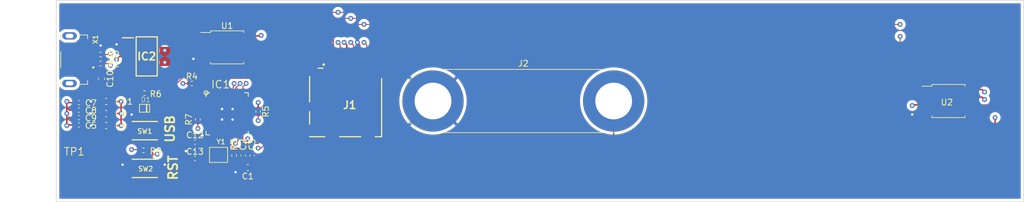
<source format=kicad_pcb>
(kicad_pcb (version 20240108) (generator "pcbnew") (generator_version "8.0")
  (layers (0 "F.Cu" signal) (1 "In1.Cu" signal) (2 "In2.Cu" signal) (31 "B.Cu" signal) (34 "B.Paste" user) (35 "F.Paste" user) (36 "B.SilkS" user "B.Silkscreen") (37 "F.SilkS" user "F.Silkscreen") (38 "B.Mask" user) (39 "F.Mask" user) (44 "Edge.Cuts" user))
  (net 0 "")
  (net 1 "1.2V")
  (net 2 "GND")
  (net 3 "+3V3")
  (net 4 "VBUS")
  (net 5 "Net-(IC1-XIN)")
  (net 6 "Net-(C13-Pad2)")
  (net 7 "Net-(D1-PadA)")
  (net 8 "/USBBOOT")
  (net 10 "SPI0_CS1")
  (net 25 "Net-(IC1-XOUT)")
  (net 28 "/~{RESET}")
  (net 29 "SPI0_MISO")
  (net 30 "SPI0_CS0")
  (net 31 "SPI0_SCK")
  (net 32 "SPI0_MOSI")
  (net 43 "/D-")
  (net 44 "/D+")
  (net 45 "/QSPI_SD3")
  (net 46 "/QSPI_SCLK")
  (net 47 "/QSPI_SD0")
  (net 48 "/QSPI_SD2")
  (net 49 "/QSPI_SD1")
  (net 50 "/QSPI_CS")
  (net 53 "Net-(X1-D+)")
  (net 54 "Net-(X1-D-)")
  (net 56 "Net-(J2-Pin_2)")
  (footprint "Package_SO:SOIC-8_5.275x5.275mm_P1.27mm" (layer "F.Cu") (at 206.5 70.25)
    (property "Reference" "U2")
    (property "Value" "W25Q128JV")
  )
  (footprint "Capacitor_SMD:C_0402_1005Metric" (layer "F.Cu") (at 62.25 70.53)
    (property "Reference" "C7")
    (property "Value" "0.1uF")
  )
  (footprint "Adafruit ItsyBitsy RP2040:SOD-323F" (layer "F.Cu") (at 73.14 71.45)
    (property "Reference" "D1")
    (property "Value" "NSR0320")
  )
  (footprint "Resistor_SMD:R_0402_1005Metric" (layer "F.Cu") (at 65.85 62.5175)
    (property "Reference" "R2")
    (property "Value" "22")
  )
  (footprint "Capacitor_SMD:C_0603_1608Metric" (layer "F.Cu") (at 66.775 72.33 180)
    (property "Reference" "C6")
    (property "Value" "1uF")
  )
  (footprint "Adafruit ItsyBitsy RP2040:QFN56_7MM_REDUCEDEPAD" (layer "F.Cu") (at 86.85 72.38)
    (property "Reference" "IC1")
    (property "Value" "RP2040_QFN56")
  )
  (footprint "Capacitor_SMD:C_0402_1005Metric" (layer "F.Cu") (at 81.52 79.83)
    (property "Reference" "C13")
    (property "Value" "22pF")
  )
  (footprint "Resistor_SMD:R_0402_1005Metric" (layer "F.Cu") (at 82 73.32 -90)
    (property "Reference" "R7")
    (property "Value" "10k")
  )
  (footprint "Resistor_SMD:R_0402_1005Metric" (layer "F.Cu") (at 88 79.31 90)
    (property "Reference" "R3")
    (property "Value" "1k")
  )
  (footprint "Capacitor_SMD:C_0402_1005Metric" (layer "F.Cu") (at 91 79.31 90)
    (property "Reference" "C3")
    (property "Value" "0.1uF")
  )
  (footprint "3.3VRegForUSB:SOT230P700X180-4N" (layer "F.Cu") (at 73.5 62.83)
    (property "Reference" "IC2")
    (property "Value" "AZ1117CH-3.3TRG1" (hide yes))
  )
  (footprint "Molex USB Micro B:MOLEX_105164-0001" (layer "F.Cu") (at 59.25 63.3675 -90)
    (property "Reference" "X1")
    (property "Value" "microUSB")
    (fp_line (start -4.9 0) (end -3.4 0) (stroke (width 0.01)) (layer "Edge.Cuts"))
    (fp_line (start -3.4 0) (end -2.825 -0.5) (stroke (width 0.01)) (layer "Edge.Cuts"))
    (fp_line (start -1.3 0) (end -1.925 -0.5) (stroke (width 0.01)) (layer "Edge.Cuts"))
    (fp_line (start 0 0) (end -1.3 0) (stroke (width 0.01)) (layer "Edge.Cuts"))
    (fp_line (start 0 0) (end 1.3 0) (stroke (width 0.01)) (layer "Edge.Cuts"))
    (fp_line (start 1.3 0) (end 1.925 -0.5) (stroke (width 0.01)) (layer "Edge.Cuts"))
    (fp_line (start 3.4 0) (end 2.825 -0.5) (stroke (width 0.01)) (layer "Edge.Cuts"))
    (fp_line (start 4.9 0) (end 3.4 0) (stroke (width 0.01)) (layer "Edge.Cuts"))
    (fp_line (start -2.825 -1.15) (end -2.825 -0.5) (stroke (width 0.01)) (layer "Edge.Cuts"))
    (fp_line (start -1.925 -1.15) (end -1.925 -0.5) (stroke (width 0.01)) (layer "Edge.Cuts"))
    (fp_line (start 1.925 -1.15) (end 1.925 -0.5) (stroke (width 0.01)) (layer "Edge.Cuts"))
    (fp_line (start 2.825 -1.15) (end 2.825 -0.5) (stroke (width 0.01)) (layer "Edge.Cuts"))
    (fp_arc (start -2.825 -1.15) (mid -2.375 -1.6) (end -1.925 -1.15) (stroke (width 0.01)) (layer "Edge.Cuts"))
    (fp_arc (start 1.925 -1.15) (mid 2.375 -1.6) (end 2.825 -1.15) (stroke (width 0.01)) (layer "Edge.Cuts"))
  )
  (footprint "Resistor_SMD:R_0402_1005Metric" (layer "F.Cu") (at 80.99 67.33)
    (property "Reference" "R4")
    (property "Value" "10k")
  )
  (footprint "Resistor_SMD:R_0402_1005Metric" (layer "F.Cu") (at 92 72 90)
    (property "Reference" "R5")
    (property "Value" "10k")
  )
  (footprint "Resistor_SMD:R_0402_1005Metric" (layer "F.Cu") (at 65.85 64.0175)
    (property "Reference" "R1")
    (property "Value" "22")
  )
  (footprint "Capacitor_SMD:C_0402_1005Metric" (layer "F.Cu") (at 89.505 79.31 90)
    (property "Reference" "C2")
    (property "Value" "0.1uF")
  )
  (footprint "Adafruit ItsyBitsy RP2040:CRYSTAL_2.5X2" (layer "F.Cu") (at 85.425 79.205)
    (property "Reference" "Y1")
    (property "Value" "12MHZ")
  )
  (footprint "Package_SO:SOIC-8_5.275x5.275mm_P1.27mm" (layer "F.Cu") (at 86.85 61.33)
    (property "Reference" "U1")
    (property "Value" "W25Q128JV")
  )
  (footprint "Adafruit ItsyBitsy RP2040:TESTPOINT_ROUND_1.5MM_NO" (layer "F.Cu") (at 63.5 77)
    (property "Reference" "TP1")
    (property "Value" "TESTPOINTROUND1.5MMNO")
  )
  (footprint "Capacitor_SMD:C_0603_1608Metric" (layer "F.Cu") (at 90.275 81.33 180)
    (property "Reference" "C1")
    (property "Value" "1uF")
  )
  (footprint "Adafruit ItsyBitsy RP2040:BTN_KMR2_4.6X2.8" (layer "F.Cu") (at 73.2025 81.45 180)
    (property "Reference" "SW2")
    (property "Value" "KMR2")
  )
  (footprint "Adafruit ItsyBitsy RP2040:BTN_KMR2_4.6X2.8" (layer "F.Cu") (at 73.2025 75.18 180)
    (property "Reference" "SW1")
    (property "Value" "KMR2")
  )
  (footprint "Capacitor_SMD:C_0603_1608Metric" (layer "F.Cu") (at 66.775 74.33 180)
    (property "Reference" "C4")
    (property "Value" "1uF")
  )
  (footprint "Connector:Banana_Jack_2Pin" (layer "F.Cu") (at 121 70.25)
    (property "Reference" "J2")
    (property "Value" "Power Supply banannanan")
  )
  (footprint "Capacitor_SMD:C_0402_1005Metric" (layer "F.Cu") (at 62.25 71.763333)
    (property "Reference" "C8")
    (property "Value" "0.1uF")
  )
  (footprint "Resistor_SMD:R_0402_1005Metric" (layer "F.Cu") (at 72.9625 78.45)
    (property "Reference" "R8")
    (property "Value" "10K")
  )
  (footprint "Capacitor_SMD:C_0603_1608Metric" (layer "F.Cu") (at 66.775 70.33 180)
    (property "Reference" "C11")
    (property "Value" "22uF")
  )
  (footprint "Capacitor_SMD:C_0402_1005Metric" (layer "F.Cu") (at 62.25 72.996666)
    (property "Reference" "C9")
    (property "Value" "0.1uF")
  )
  (footprint "Capacitor_SMD:C_0402_1005Metric" (layer "F.Cu") (at 62.25 74.23)
    (property "Reference" "C5")
    (property "Value" "0.1uF")
  )
  (footprint "Capacitor_SMD:C_0402_1005Metric" (layer "F.Cu") (at 81.5 77.08)
    (property "Reference" "C12")
    (property "Value" "22pF")
  )
  (footprint "Capacitor_SMD:C_0603_1608Metric" (layer "F.Cu") (at 66 66.555 -90)
    (property "Reference" "C10")
    (property "Value" "10uF")
  )
  (footprint "Resistor_SMD:R_0402_1005Metric" (layer "F.Cu") (at 73.15 68.95 180)
    (property "Reference" "R6")
    (property "Value" "1K")
  )
  (footprint "Molex_SD:1040310811" (layer "F.Cu") (at 106.5 64.78418 180)
    (property "Reference" "J1")
    (property "Value" "104031-0811" (hide yes))
  )
  (gr_rect (start 58.5 53.5) (end 219 87) (stroke (width 0.1)) (fill none) (layer "Edge.Cuts"))
  (gr_text "RST" (at 78.75 83.58 90) (layer "F.SilkS") (effects (font (size 1.5 1.5) (thickness 0.3) (bold yes)) (justify left bottom)))
  (gr_text "USB" (at 78.25 77.33 90) (layer "F.SilkS") (effects (font (size 1.5 1.5) (thickness 0.3) (bold yes)) (justify left bottom)))
  (segment (start 84.8 70.7) (end 85.2 70.3) (width 0.1524) (layer "F.Cu") (net 1))
  (segment (start 86.65 69.6199) (end 86.80505 69.77495) (width 0.1524) (layer "F.Cu") (net 1))
  (segment (start 86.3 70.3) (end 86.80505 69.79495) (width 0.1524) (layer "F.Cu") (net 1))
  (segment (start 86.80505 69.77495) (end 87.1101 70.08) (width 0.1524) (layer "F.Cu") (net 1))
  (segment (start 85.2 70.3) (end 86.3 70.3) (width 0.1524) (layer "F.Cu") (net 1))
  (segment (start 88.46995 69.79995) (end 88.65 69.6199) (width 0.1524) (layer "F.Cu") (net 1))
  (segment (start 84.8 74.1) (end 84.8 70.7) (width 0.1524) (layer "F.Cu") (net 1))
  (segment (start 89.505 78.83) (end 91 78.83) (width 0.1524) (layer "F.Cu") (net 1))
  (segment (start 87.45 75.83) (end 87.45 74.75) (width 0.1524) (layer "F.Cu") (net 1))
  (segment (start 87.1 74.4) (end 85.1 74.4) (width 0.1524) (layer "F.Cu") (net 1))
  (segment (start 86.80505 69.79495) (end 86.80505 69.77495) (width 0.1524) (layer "F.Cu") (net 1))
  (segment (start 87.45 77.53) (end 88 78.08) (width 0.1524) (layer "F.Cu") (net 1))
  (segment (start 89 78.08) (end 89.5 78.58) (width 0.1524) (layer "F.Cu") (net 1))
  (segment (start 87.1101 70.08) (end 88.1899 70.08) (width 0.1524) (layer "F.Cu") (net 1))
  (segment (start 92 79.83) (end 92 80.83) (width 0.1524) (layer "F.Cu") (net 1))
  (segment (start 88 78.08) (end 89 78.08) (width 0.1524) (layer "F.Cu") (net 1))
  (segment (start 91 78.83) (end 92 79.83) (width 0.1524) (layer "F.Cu") (net 1))
  (segment (start 88.1899 70.08) (end 88.46995 69.79995) (width 0.1524) (layer "F.Cu") (net 1))
  (segment (start 85.1 74.4) (end 84.8 74.1) (width 0.1524) (layer "F.Cu") (net 1))
  (segment (start 88.65 69.6199) (end 88.65 68.93) (width 0.1524) (layer "F.Cu") (net 1))
  (segment (start 91.5 81.33) (end 91.05 81.33) (width 0.1524) (layer "F.Cu") (net 1))
  (segment (start 87.45 75.83) (end 87.45 77.53) (width 0.1524) (layer "F.Cu") (net 1))
  (segment (start 89.5 78.58) (end 89.5 78.87) (width 0.1524) (layer "F.Cu") (net 1))
  (segment (start 86.65 68.93) (end 86.65 69.6199) (width 0.1524) (layer "F.Cu") (net 1))
  (segment (start 87.45 74.75) (end 87.1 74.4) (width 0.1524) (layer "F.Cu") (net 1))
  (segment (start 92 80.83) (end 91.5 81.33) (width 0.1524) (layer "F.Cu") (net 1))
  (segment (start 66 67.33) (end 66 70.33) (width 0.25) (layer "F.Cu") (net 2))
  (segment (start 64.25 73.33) (end 64.25 74.33) (width 0.25) (layer "F.Cu") (net 2))
  (segment (start 75.2525 80.65) (end 76.32 80.65) (width 0.1524) (layer "F.Cu") (net 2))
  (segment (start 64.25 74.33) (end 66 74.33) (width 0.25) (layer "F.Cu") (net 2))
  (segment (start 82.75 76) (end 83.4776 76.7276) (width 0.1524) (layer "F.Cu") (net 2))
  (segment (start 75.2525 74.38) (end 76.57 74.38) (width 0.1524) (layer "F.Cu") (net 2))
  (segment (start 76.57 74.38) (end 76.64 74.45) (width 0.1524) (layer "F.Cu") (net 2))
  (segment (start 69.68 80.65) (end 71.1525 80.65) (width 0.1524) (layer "F.Cu") (net 2))
  (segment (start 89.505 79.79) (end 89.505 80.075) (width 0.1524) (layer "F.Cu") (net 2))
  (segment (start 64.25 70.33) (end 66 70.33) (width 0.25) (layer "F.Cu") (net 2))
  (segment (start 71 72.5) (end 71 74.2275) (width 0.1524) (layer "F.Cu") (net 2))
  (segment (start 83.4776 76.7276) (end 85.5661 76.7276) (width 0.1524) (layer "F.Cu") (net 2))
  (segment (start 71 74.2275) (end 71.1525 74.38) (width 0.1524) (layer "F.Cu") (net 2))
  (segment (start 64.2024 62.0675) (end 65.2524 61.0175) (width 0.1524) (layer "F.Cu") (net 2))
  (segment (start 80 77.33) (end 80 78.58) (width 0.1524) (layer "F.Cu") (net 2))
  (segment (start 63.916666 72.996666) (end 64.25 73.33) (width 0.25) (layer "F.Cu") (net 2))
  (segment (start 81.02 77.08) (end 80.25 77.08) (width 0.1524) (layer "F.Cu") (net 2))
  (segment (start 64.25 70.33) (end 64.25 71.33) (width 0.25) (layer "F.Cu") (net 2))
  (segment (start 64.25 72.33) (end 66 72.33) (width 0.25) (layer "F.Cu") (net 2))
  (segment (start 64.25 72.33) (end 64.25 73.33) (width 0.25) (layer "F.Cu") (net 2))
  (segment (start 202.9 72.155) (end 200.845 72.155) (width 0.25) (layer "F.Cu") (net 2))
  (segment (start 62.73 71.763333) (end 63.816667 71.763333) (width 0.25) (layer "F.Cu") (net 2))
  (segment (start 89.505 80.075) (end 89.5 80.08) (width 0.1524) (layer "F.Cu") (net 2))
  (segment (start 89.5 80.08) (end 89.5 81.33) (width 0.1524) (layer "F.Cu") (net 2))
  (segment (start 88.25 82.08) (end 89 81.33) (width 0.1524) (layer "F.Cu") (net 2))
  (segment (start 85.5661 76.7276) (end 85.85 76.4437) (width 0.1524) (layer "F.Cu") (net 2))
  (segment (start 200.845 72.155) (end 200.5 72.5) (width 0.25) (layer "F.Cu") (net 2))
  (segment (start 69.5 80.83) (end 69.68 80.65) (width 0.1524) (layer "F.Cu") (net 2))
  (segment (start 63.36 62.0675) (end 64.2024 62.0675) (width 0.1524) (layer "F.Cu") (net 2))
  (segment (start 108.895 60.945) (end 108.895 65.03418) (width 0.1524) (layer "F.Cu") (net 2))
  (segment (start 86 73.33) (end 85.85 73.48) (width 0.1524) (layer "F.Cu") (net 2))
  (segment (start 108.45 60.5) (end 108.895 60.945) (width 0.1524) (layer "F.Cu") (net 2))
  (segment (start 80 79.58) (end 80.25 79.83) (width 0.1524) (layer "F.Cu") (net 2))
  (segment (start 65.2524 61.0175) (end 65.86 61.0175) (width 0.1524) (layer "F.Cu") (net 2))
  (segment (start 64.15 74.23) (end 64.25 74.33) (width 0.25) (layer "F.Cu") (net 2))
  (segment (start 89 81.33) (end 89.5 81.33) (width 0.1524) (layer "F.Cu") (net 2))
  (segment (start 68.5 60.83) (end 68.8 60.53) (width 0.25) (layer "F.Cu") (net 2))
  (segment (start 62.73 70.53) (end 64.05 70.53) (width 0.25) (layer "F.Cu") (net 2))
  (segment (start 62.73 72.996666) (end 63.916666 72.996666) (width 0.25) (layer "F.Cu") (net 2))
  (segment (start 63.816667 71.763333) (end 64.25 71.33) (width 0.25) (layer "F.Cu") (net 2))
  (segment (start 62.73 74.23) (end 64.15 74.23) (width 0.25) (layer "F.Cu") (net 2))
  (segment (start 85.85 76.4437) (end 85.85 75.83) (width 0.1524) (layer "F.Cu") (net 2))
  (segment (start 80 78.58) (end 80 79.58) (width 0.1524) (layer "F.Cu") (net 2))
  (segment (start 64.05 70.53) (end 64.25 70.33) (width 0.25) (layer "F.Cu") (net 2))
  (segment (start 80.25 79.83) (end 81.04 79.83) (width 0.1524) (layer "F.Cu") (net 2))
  (segment (start 80.25 77.08) (end 80 77.33) (width 0.1524) (layer "F.Cu") (net 2))
  (segment (start 65.69 72.33) (end 65.7 72.32) (width 0.25) (layer "F.Cu") (net 2))
  (segment (start 89.505 79.79) (end 91 79.79) (width 0.1524) (layer "F.Cu") (net 2))
  (segment (start 76.32 80.65) (end 76.5 80.83) (width 0.1524) (layer "F.Cu") (net 2))
  (segment (start 83.25 63.235) (end 81.25 63.235) (width 0.1524) (layer "F.Cu") (net 2))
  (segment (start 64.25 71.33) (end 64.25 72.33) (width 0.25) (layer "F.Cu") (net 2))
  (segment (start 68.8 60.53) (end 70.4 60.53) (width 0.25) (layer "F.Cu") (net 2))
  (via (at 71 72.5) (size 0.8) (drill 0.4) (layers "F.Cu" "B.Cu") (net 2))
  (via (at 87.75 73.33) (size 0.8) (drill 0.4) (layers "F.Cu" "B.Cu") (net 2))
  (via (at 69.5 80.83) (size 0.8) (drill 0.4) (layers "F.Cu" "B.Cu") (net 2))
  (via (at 65.86 61.0175) (size 0.8) (drill 0.4) (layers "F.Cu" "B.Cu") (net 2))
  (via (at 64.25 72.33) (size 0.8) (drill 0.4) (layers "F.Cu" "B.Cu") (net 2))
  (via (at 108.45 60.5) (size 0.8) (drill 0.4) (layers "F.Cu" "B.Cu") (net 2))
  (via (at 76.64 74.45) (size 0.8) (drill 0.4) (layers "F.Cu" "B.Cu") (net 2))
  (via (at 76.5 80.83) (size 0.8) (drill 0.4) (layers "F.Cu" "B.Cu") (net 2))
  (via (at 86 71.58) (size 0.8) (drill 0.4) (layers "F.Cu" "B.Cu") (net 2))
  (via (at 68.5 60.83) (size 0.8) (drill 0.4) (layers "F.Cu" "B.Cu") (net 2))
  (via (at 81.25 63.235) (size 0.8) (drill 0.4) (layers "F.Cu" "B.Cu") (net 2))
  (via (at 80 78.58) (size 0.8) (drill 0.4) (layers "F.Cu" "B.Cu") (net 2))
  (via (at 87.75 71.58) (size 0.8) (drill 0.4) (layers "F.Cu" "B.Cu") (net 2))
  (via (at 64.25 74.33) (size 0.8) (drill 0.4) (layers "F.Cu" "B.Cu") (net 2))
  (via (at 86 73.33) (size 0.8) (drill 0.4) (layers "F.Cu" "B.Cu") (net 2))
  (via (at 64.25 70.33) (size 0.8) (drill 0.4) (layers "F.Cu" "B.Cu") (net 2))
  (via (at 88.25 82.08) (size 0.8) (drill 0.4) (layers "F.Cu" "B.Cu") (net 2))
  (via (at 200.5 72.5) (size 0.8) (drill 0.4) (layers "F.Cu" "B.Cu") (net 2))
  (via (at 82.75 76) (size 0.8) (drill 0.4) (layers "F.Cu" "B.Cu") (net 2))
  (segment (start 106.695 60.945) (end 106.695 65.03418) (width 0.25) (layer "F.Cu") (net 3))
  (segment (start 87.05 75.1401) (end 87.05 75.83) (width 0.1524) (layer "F.Cu") (net 3))
  (segment (start 60.24 72.32) (end 60.25 72.33) (width 0.25) (layer "F.Cu") (net 3))
  (segment (start 69.25 72.33) (end 69.25 74.33) (width 0.25) (layer "F.Cu") (net 3))
  (segment (start 60.683333 71.763333) (end 60.25 71.33) (width 0.25) (layer "F.Cu") (net 3))
  (segment (start 67.55 72.33) (end 69.25 72.33) (width 0.25) (layer "F.Cu") (net 3))
  (segment (start 89.6101 73.38) (end 89.4 73.1699) (width 0.1524) (layer "F.Cu") (net 3))
  (segment (start 61.77 70.53) (end 60.45 70.53) (width 0.25) (layer "F.Cu") (net 3))
  (segment (start 200.615 70.885) (end 200.5 71) (width 0.25) (layer "F.Cu") (net 3))
  (segment (start 67.55 70.33) (end 69.25 70.33) (width 0.25) (layer "F.Cu") (net 3))
  (segment (start 89.45 68.93) (end 89.45 69.53) (width 0.1524) (layer "F.Cu") (net 3))
  (segment (start 82.2601 73.83) (end 82 73.83) (width 0.1524) (layer "F.Cu") (net 3))
  (segment (start 89.45 67.88) (end 90 67.33) (width 0.1524) (layer "F.Cu") (net 3))
  (segment (start 60.583334 72.996666) (end 60.25 73.33) (width 0.25) (layer "F.Cu") (net 3))
  (segment (start 86.6623 74.7524) (end 87.05 75.1401) (width 0.1524) (layer "F.Cu") (net 3))
  (segment (start 80.48 67.33) (end 79.5 67.33) (width 0.1524) (layer "F.Cu") (net 3))
  (segment (start 60.25 70.33) (end 60.25 71.33) (width 0.25) (layer "F.Cu") (net 3))
  (segment (start 89.4 69.8) (end 89.56 69.64) (width 0.1524) (layer "F.Cu") (net 3))
  (segment (start 60.35 74.23) (end 60.25 74.33) (width 0.25) (layer "F.Cu") (net 3))
  (segment (start 89.45 69.53) (end 89.56 69.64) (width 0.1524) (layer "F.Cu") (net 3))
  (segment (start 69.25 70.33) (end 69.25 72.33) (width 0.25) (layer "F.Cu") (net 3))
  (segment (start 82 73.83) (end 82 74.83) (width 0.1524) (layer "F.Cu") (net 3))
  (segment (start 60.25 71.33) (end 60.25 72.33) (width 0.25) (layer "F.Cu") (net 3))
  (segment (start 210.1 69.615) (end 212.115 69.615) (width 0.25) (layer "F.Cu") (net 3))
  (segment (start 90.45 59.425) (end 92.405 59.425) (width 0.25) (layer "F.Cu") (net 3))
  (segment (start 83.4 73.38) (end 84.0899 73.38) (width 0.1524) (layer "F.Cu") (net 3))
  (segment (start 71 78.33) (end 72.3325 78.33) (width 0.1524) (layer "F.Cu") (net 3))
  (segment (start 82.7101 73.38) (end 82.2601 73.83) (width 0.1524) (layer "F.Cu") (net 3))
  (segment (start 60.25 73.33) (end 60.25 74.33) (width 0.25) (layer "F.Cu") (net 3))
  (segment (start 202.9 70.885) (end 200.615 70.885) (width 0.25) (layer "F.Cu") (net 3))
  (segment (start 60.25 72.33) (end 60.25 73.33) (width 0.25) (layer "F.Cu") (net 3))
  (segment (start 84.4476 73.7377) (end 84.4476 74.2476) (width 0.1524) (layer "F.Cu") (net 3))
  (segment (start 89.45 68.93) (end 89.45 67.88) (width 0.1524) (layer "F.Cu") (net 3))
  (segment (start 61.77 74.23) (end 60.35 74.23) (width 0.25) (layer "F.Cu") (net 3))
  (segment (start 69.24 72.32) (end 69.25 72.33) (width 0.25) (layer "F.Cu") (net 3))
  (segment (start 83.4 73.38) (end 82.7101 73.38) (width 0.1524) (layer "F.Cu") (net 3))
  (segment (start 212.115 69.615) (end 212.5 70) (width 0.25) (layer "F.Cu") (net 3))
  (segment (start 68.5 63.33) (end 69 62.83) (width 0.25) (layer "F.Cu") (net 3))
  (segment (start 67.55 74.33) (end 69.25 74.33) (width 0.25) (layer "F.Cu") (net 3))
  (segment (start 60.45 70.53) (end 60.25 70.33) (width 0.25) (layer "F.Cu") (net 3))
  (segment (start 84.0899 73.38) (end 84.4476 73.7377) (width 0.1524) (layer "F.Cu") (net 3))
  (segment (start 89.56 69.64) (end 89.7 69.78) (width 0.1524) (layer "F.Cu") (net 3))
  (segment (start 92.405 59.425) (end 92.5 59.33) (width 0.25) (layer "F.Cu") (net 3))
  (segment (start 69 62.83) (end 70.4 62.83) (width 0.25) (layer "F.Cu") (net 3))
  (segment (start 89.4 73.1699) (end 89.4 69.8) (width 0.1524) (layer "F.Cu") (net 3))
  (segment (start 61.77 71.763333) (end 60.683333 71.763333) (width 0.25) (layer "F.Cu") (net 3))
  (segment (start 84.9524 74.7524) (end 86.6623 74.7524) (width 0.1524) (layer "F.Cu") (net 3))
  (segment (start 61.77 72.996666) (end 60.583334 72.996666) (width 0.25) (layer "F.Cu") (net 3))
  (segment (start 90.3 73.38) (end 89.6101 73.38) (width 0.1524) (layer "F.Cu") (net 3))
  (segment (start 89.7 69.78) (end 90.3 69.78) (width 0.1524) (layer "F.Cu") (net 3))
  (segment (start 72.3325 78.33) (end 72.4525 78.45) (width 0.1524) (layer "F.Cu") (net 3))
  (segment (start 106.25 60.5) (end 106.695 60.945) (width 0.25) (layer "F.Cu") (net 3))
  (segment (start 84.4476 74.2476) (end 84.9524 74.7524) (width 0.1524) (layer "F.Cu") (net 3))
  (segment (start 92 71.49) (end 92 70.5) (width 0.25) (layer "F.Cu") (net 3))
  (via (at 68.5 63.33) (size 0.8) (drill 0.4) (layers "F.Cu" "B.Cu") (net 3))
  (via (at 90 67.33) (size 0.8) (drill 0.4) (layers "F.Cu" "B.Cu") (net 3))
  (via (at 60.25 70.33) (size 0.8) (drill 0.4) (layers "F.Cu" "B.Cu") (net 3))
  (via (at 60.25 74.33) (size 0.8) (drill 0.4) (layers "F.Cu" "B.Cu") (net 3))
  (via (at 106.25 60.5) (size 0.8) (drill 0.4) (layers "F.Cu" "B.Cu") (net 3))
  (via (at 76.5 61.83) (size 0.8) (drill 0.4) (layers "F.Cu" "B.Cu") (net 3))
  (via (at 76.5 63.83) (size 0.8) (drill 0.4) (layers "F.Cu" "B.Cu") (net 3))
  (via (at 92.5 59.33) (size 0.8) (drill 0.4) (layers "F.Cu" "B.Cu") (net 3))
  (via (at 92 70.5) (size 0.8) (drill 0.4) (layers "F.Cu" "B.Cu") (net 3))
  (via (at 69.25 72.33) (size 0.8) (drill 0.4) (layers "F.Cu" "B.Cu") (net 3))
  (via (at 60.25 72.33) (size 0.8) (drill 0.4) (layers "F.Cu" "B.Cu") (net 3))
  (via (at 69.25 74.33) (size 0.8) (drill 0.4) (layers "F.Cu" "B.Cu") (net 3))
  (via (at 200.5 71) (size 0.8) (drill 0.4) (layers "F.Cu" "B.Cu") (net 3))
  (via (at 212.5 70) (size 0.8) (drill 0.4) (layers "F.Cu" "B.Cu") (net 3))
  (via (at 69.25 70.33) (size 0.8) (drill 0.4) (layers "F.Cu" "B.Cu") (net 3))
  (via (at 79.5 67.33) (size 0.8) (drill 0.4) (layers "F.Cu" "B.Cu") (net 3))
  (via (at 82 74.83) (size 0.8) (drill 0.4) (layers "F.Cu" "B.Cu") (net 3))
  (via (at 71 78.33) (size 0.8) (drill 0.4) (layers "F.Cu" "B.Cu") (net 3))
  (segment (start 63.36 64.6675) (end 64.3375 64.6675) (width 0.1524) (layer "F.Cu") (net 4))
  (segment (start 68.2 65.13) (end 67.55 65.78) (width 0.25) (layer "F.Cu") (net 4))
  (segment (start 70.4 65.13) (end 68.2 65.13) (width 0.25) (layer "F.Cu") (net 4))
  (segment (start 65.45 65.78) (end 66 65.78) (width 0.1524) (layer "F.Cu") (net 4))
  (segment (start 64.3375 64.6675) (end 65.45 65.78) (width 0.1524) (layer "F.Cu") (net 4))
  (segment (start 67.55 65.78) (end 66 65.78) (width 0.25) (layer "F.Cu") (net 4))
  (segment (start 86.25 75.83) (end 86.25 77.08) (width 0.1524) (layer "F.Cu") (net 5))
  (segment (start 81.98 77.08) (end 86.25 77.08) (width 0.1524) (layer "F.Cu") (net 5))
  (segment (start 86.25 77.08) (end 86.25 77.33) (width 0.1524) (layer "F.Cu") (net 5))
  (segment (start 86.25 77.33) (end 86.25 78.58) (width 0.1524) (layer "F.Cu") (net 5))
  (segment (start 84.6 79.83) (end 84.6 81.18) (width 0.1524) (layer "F.Cu") (net 6))
  (segment (start 85.25 81.83) (end 87.25 81.83) (width 0.1524) (layer "F.Cu") (net 6))
  (segment (start 82 79.83) (end 84.6 79.83) (width 0.1524) (layer "F.Cu") (net 6))
  (segment (start 88 81.08) (end 88 79.84) (width 0.1524) (layer "F.Cu") (net 6))
  (segment (start 87.25 81.83) (end 88 81.08) (width 0.1524) (layer "F.Cu") (net 6))
  (segment (start 84.6 81.18) (end 85.25 81.83) (width 0.1524) (layer "F.Cu") (net 6))
  (segment (start 71.14 71.45) (end 72.14 71.45) (width 0.1524) (layer "F.Cu") (net 7))
  (segment (start 70.64 70.95) (end 71.14 71.45) (width 0.1524) (layer "F.Cu") (net 7))
  (segment (start 72.64 68.95) (end 71.14 68.95) (width 0.1524) (layer "F.Cu") (net 7))
  (segment (start 70.64 69.45) (end 70.64 70.95) (width 0.1524) (layer "F.Cu") (net 7))
  (segment (start 71.14 68.95) (end 70.64 69.45) (width 0.1524) (layer "F.Cu") (net 7))
  (segment (start 74.14 72.45) (end 73.14 73.45) (width 0.1524) (layer "F.Cu") (net 8))
  (segment (start 71.1525 75.98) (end 73.14 75.98) (width 0.1524) (layer "F.Cu") (net 8))
  (segment (start 73.14 75.98) (end 75.2525 75.98) (width 0.1524) (layer "F.Cu") (net 8))
  (segment (start 74.14 71.45) (end 74.14 72.45) (width 0.1524) (layer "F.Cu") (net 8))
  (segment (start 73.14 73.45) (end 73.14 75.98) (width 0.1524) (layer "F.Cu") (net 8))
  (segment (start 71.1525 75.98) (end 64.52 75.98) (width 0.1524) (layer "F.Cu") (net 8))
  (segment (start 64.52 75.98) (end 63.5 77) (width 0.1524) (layer "F.Cu") (net 8))
  (segment (start 98.25 60) (end 98.75 59.5) (width 0.1524) (layer "F.Cu") (net 10))
  (segment (start 83.4 70.58) (end 82.7101 70.58) (width 0.1524) (layer "F.Cu") (net 10))
  (segment (start 104.495 59.995) (end 104.495 65.03418) (width 0.1524) (layer "F.Cu") (net 10))
  (segment (start 93 81.33) (end 93 79) (width 0.1524) (layer "F.Cu") (net 10))
  (segment (start 81.25 82.83) (end 91.5 82.83) (width 0.1524) (layer "F.Cu") (net 10))
  (segment (start 82 72.33) (end 81.48005 71.81005) (width 0.1524) (layer "F.Cu") (net 10))
  (segment (start 82 72.81) (end 82 72.33) (width 0.1524) (layer "F.Cu") (net 10))
  (segment (start 81.48005 71.81005) (end 79.25 74.0401) (width 0.1524) (layer "F.Cu") (net 10))
  (segment (start 79.25 74.0401) (end 79.25 80.83) (width 0.1524) (layer "F.Cu") (net 10))
  (segment (start 82.7101 70.58) (end 81.48005 71.81005) (width 0.1524) (layer "F.Cu") (net 10))
  (segment (start 104 59.5) (end 104.495 59.995) (width 0.1524) (layer "F.Cu") (net 10))
  (segment (start 98.75 59.5) (end 104 59.5) (width 0.1524) (layer "F.Cu") (net 10))
  (segment (start 98.25 73.75) (end 98.25 60) (width 0.1524) (layer "F.Cu") (net 10))
  (segment (start 91.5 82.83) (end 93 81.33) (width 0.1524) (layer "F.Cu") (net 10))
  (segment (start 79.25 80.83) (end 81.25 82.83) (width 0.1524) (layer "F.Cu") (net 10))
  (segment (start 93 79) (end 98.25 73.75) (width 0.1524) (layer "F.Cu") (net 10))
  (segment (start 88 78.58) (end 88 78.82) (width 0.1524) (layer "F.Cu") (net 25))
  (segment (start 86.65 75.83) (end 86.65 77.23) (width 0.1524) (layer "F.Cu") (net 25))
  (segment (start 86.65 77.23) (end 88 78.58) (width 0.1524) (layer "F.Cu") (net 25))
  (segment (start 88.65 76.93) (end 88.25 77.33) (width 0.1524) (layer "F.Cu") (net 28))
  (segment (start 73.5 82.25) (end 75.2525 82.25) (width 0.1524) (layer "F.Cu") (net 28))
  (segment (start 74.5 78.83) (end 74.5 79.08) (width 0.1524) (layer "F.Cu") (net 28))
  (segment (start 71.1525 82.25) (end 73.5 82.25) (width 0.1524) (layer "F.Cu") (net 28))
  (segment (start 74.5 79.08) (end 74.5 79.33) (width 0.1524) (layer "F.Cu") (net 28))
  (segment (start 88.25 77.33) (end 88.5 77.08) (width 0.1524) (layer "F.Cu") (net 28))
  (segment (start 73.4725 78.45) (end 74.12 78.45) (width 0.1524) (layer "F.Cu") (net 28))
  (segment (start 73.5 80.33) (end 73.5 82.25) (width 0.1524) (layer "F.Cu") (net 28))
  (segment (start 74.5 79.33) (end 73.5 80.33) (width 0.1524) (layer "F.Cu") (net 28))
  (segment (start 74.12 78.45) (end 74.5 78.83) (width 0.1524) (layer "F.Cu") (net 28))
  (segment (start 74.5 79.08) (end 75.25 79.08) (width 0.1524) (layer "F.Cu") (net 28))
  (segment (start 88.65 75.83) (end 88.65 76.93) (width 0.1524) (layer "F.Cu") (net 28))
  (via (at 88.25 77.33) (size 0.8) (drill 0.4) (layers "F.Cu" "B.Cu") (net 28))
  (via (at 75.25 79.08) (size 0.8) (drill 0.4) (layers "F.Cu" "B.Cu") (net 28))
  (segment (start 109.55 60.5) (end 109.995 60.945) (width 0.1524) (layer "F.Cu") (net 29))
  (segment (start 92 77.33) (end 89.55505 77.33) (width 0.1524) (layer "F.Cu") (net 29))
  (segment (start 96.25 59) (end 96.25 73.08) (width 0.1524) (layer "F.Cu") (net 29))
  (segment (start 89.55505 77.33) (end 89.05 76.82495) (width 0.1524) (layer "F.Cu") (net 29))
  (segment (start 198.5 67.5) (end 200.615 69.615) (width 0.1524) (layer "F.Cu") (net 29))
  (segment (start 96.25 73.08) (end 92 77.33) (width 0.1524) (layer "F.Cu") (net 29))
  (segment (start 135 57.5) (end 198.5 57.5) (width 0.1524) (layer "F.Cu") (net 29))
  (segment (start 109.55 57.5) (end 135 57.5) (width 0.1524) (layer "F.Cu") (net 29))
  (segment (start 97.75 57.5) (end 96.25 59) (width 0.1524) (layer "F.Cu") (net 29))
  (segment (start 198.5 59.5) (end 198.5 67.5) (width 0.1524) (layer "F.Cu") (net 29))
  (segment (start 109.995 60.945) (end 109.995 65.03418) (width 0.1524) (layer "F.Cu") (net 29))
  (segment (start 109.55 57.5) (end 97.75 57.5) (width 0.1524) (layer "F.Cu") (net 29))
  (segment (start 200.615 69.615) (end 202.9 69.615) (width 0.1524) (layer "F.Cu") (net 29))
  (segment (start 89.05 76.82495) (end 89.05 75.83) (width 0.1524) (layer "F.Cu") (net 29))
  (via (at 109.55 60.5) (size 0.8) (drill 0.4) (layers "F.Cu" "B.Cu") (net 29))
  (via (at 198.5 57.5) (size 0.8) (drill 0.4) (layers "F.Cu" "B.Cu") (net 29))
  (via (at 109.55 57.5) (size 0.8) (drill 0.4) (layers "F.Cu" "B.Cu") (net 29))
  (via (at 198.5 59.5) (size 0.8) (drill 0.4) (layers "F.Cu" "B.Cu") (net 29))
  (segment (start 90.2024 76.9776) (end 89.701018 76.9776) (width 0.1524) (layer "F.Cu") (net 30))
  (segment (start 92.5 78.08) (end 97.25 73.33) (width 0.1524) (layer "F.Cu") (net 30))
  (segment (start 92 73.5) (end 92 72.51) (width 0.1524) (layer "F.Cu") (net 30))
  (segment (start 135.25 58.5) (end 199.5 58.5) (width 0.1524) (layer "F.Cu") (net 30))
  (segment (start 200.845 68.345) (end 202.9 68.345) (width 0.1524) (layer "F.Cu") (net 30))
  (segment (start 89.701018 76.9776) (end 89.45 76.726582) (width 0.1524) (layer "F.Cu") (net 30))
  (segment (start 199.5 67) (end 200.845 68.345) (width 0.1524) (layer "F.Cu") (net 30))
  (segment (start 90.25 76.93) (end 90.2024 76.9776) (width 0.1524) (layer "F.Cu") (net 30))
  (segment (start 92 78.08) (end 92.5 78.08) (width 0.1524) (layer "F.Cu") (net 30))
  (segment (start 97.25 59.5) (end 98.25 58.5) (width 0.1524) (layer "F.Cu") (net 30))
  (segment (start 97.25 59.5) (end 97.25 73.33) (width 0.1524) (layer "F.Cu") (net 30))
  (segment (start 89.45 76.726582) (end 89.45 75.83) (width 0.1524) (layer "F.Cu") (net 30))
  (segment (start 98.25 58.5) (end 135.25 58.5) (width 0.1524) (layer "F.Cu") (net 30))
  (segment (start 90.25 76.53) (end 90.25 76.93) (width 0.1524) (layer "F.Cu") (net 30))
  (segment (start 199.5 58.5) (end 199.5 67) (width 0.1524) (layer "F.Cu") (net 30))
  (via (at 92 78.08) (size 0.8) (drill 0.4) (layers "F.Cu" "B.Cu") (net 30))
  (via (at 90.25 76.53) (size 0.8) (drill 0.4) (layers "F.Cu" "B.Cu") (net 30))
  (via (at 92 73.5) (size 0.8) (drill 0.4) (layers "F.Cu" "B.Cu") (net 30))
  (segment (start 97.25 56.5) (end 95.25 58.5) (width 0.1524) (layer "F.Cu") (net 31))
  (segment (start 92 74.98) (end 90.3 74.98) (width 0.1524) (layer "F.Cu") (net 31))
  (segment (start 107.35 60.5) (end 107.795 60.945) (width 0.1524) (layer "F.Cu") (net 31))
  (segment (start 93.1 74.98) (end 92 74.98) (width 0.1524) (layer "F.Cu") (net 31))
  (segment (start 213.115 70.885) (end 215.5 68.5) (width 0.1524) (layer "F.Cu") (net 31))
  (segment (start 107.35 56.5) (end 97.25 56.5) (width 0.1524) (layer "F.Cu") (net 31))
  (segment (start 210.1 70.885) (end 213.115 70.885) (width 0.1524) (layer "F.Cu") (net 31))
  (segment (start 107.795 60.945) (end 107.795 65.03418) (width 0.1524) (layer "F.Cu") (net 31))
  (segment (start 215.5 56.5) (end 107.35 56.5) (width 0.1524) (layer "F.Cu") (net 31))
  (segment (start 215.5 68.5) (end 215.5 56.5) (width 0.1524) (layer "F.Cu") (net 31))
  (segment (start 95.25 72.83) (end 95.25 58.5) (width 0.1524) (layer "F.Cu") (net 31))
  (segment (start 95.25 72.83) (end 93.1 74.98) (width 0.1524) (layer "F.Cu") (net 31))
  (via (at 107.35 56.5) (size 0.8) (drill 0.4) (layers "F.Cu" "B.Cu") (net 31))
  (via (at 107.35 60.5) (size 0.8) (drill 0.4) (layers "F.Cu" "B.Cu") (net 31))
  (segment (start 216.5 69) (end 213.345 72.155) (width 0.1524) (layer "F.Cu") (net 32))
  (segment (start 94.25 72.577883) (end 92.247883 74.58) (width 0.1524) (layer "F.Cu") (net 32))
  (segment (start 216.5 55.5) (end 216.5 69) (width 0.1524) (layer "F.Cu") (net 32))
  (segment (start 105.25 55.5) (end 96.75 55.5) (width 0.1524) (layer "F.Cu") (net 32))
  (segment (start 105.25 60.5) (end 105.595 60.845) (width 0.1524) (layer "F.Cu") (net 32))
  (segment (start 92.247883 74.58) (end 90.3 74.58) (width 0.1524) (layer "F.Cu") (net 32))
  (segment (start 96.75 55.5) (end 94.25 58) (width 0.1524) (layer "F.Cu") (net 32))
  (segment (start 213.345 72.155) (end 210.1 72.155) (width 0.1524) (layer "F.Cu") (net 32))
  (segment (start 105.595 60.845) (end 105.595 65.03418) (width 0.1524) (layer "F.Cu") (net 32))
  (segment (start 105.25 55.5) (end 216.5 55.5) (width 0.1524) (layer "F.Cu") (net 32))
  (segment (start 94.25 58) (end 94.25 72.577883) (width 0.1524) (layer "F.Cu") (net 32))
  (via (at 105.25 55.5) (size 0.8) (drill 0.4) (layers "F.Cu" "B.Cu") (net 32))
  (via (at 105.25 60.5) (size 0.8) (drill 0.4) (layers "F.Cu" "B.Cu") (net 32))
  (segment (start 88.2512 68.9288) (end 88.25 68.93) (width 0.1524) (layer "F.Cu") (net 43))
  (segment (start 66.36 62.5175) (end 67.3125 62.5175) (width 0.1524) (layer "F.Cu") (net 43))
  (segment (start 88.2512 68.0788) (end 88.2512 68.9288) (width 0.1524) (layer "F.Cu") (net 43))
  (segment (start 89 67.33) (end 88.2512 68.0788) (width 0.1524) (layer "F.Cu") (net 43))
  (segment (start 67.3125 62.5175) (end 67.5 62.33) (width 0.1524) (layer "F.Cu") (net 43))
  (via (at 89 67.33) (size 0.8) (drill 0.4) (layers "F.Cu" "B.Cu") (net 43))
  (via (at 67.5 62.33) (size 0.8) (drill 0.4) (layers "F.Cu" "B.Cu") (net 43))
  (segment (start 87.8488 67.91212) (end 87.8488 68.9288) (width 0.1524) (layer "F.Cu") (net 44))
  (segment (start 66.36 64.0175) (end 67.1875 64.0175) (width 0.1524) (layer "F.Cu") (net 44))
  (segment (start 67.1875 64.0175) (end 67.5 64.33) (width 0.1524) (layer "F.Cu") (net 44))
  (segment (start 88 67.33) (end 88 67.76092) (width 0.1524) (layer "F.Cu") (net 44))
  (segment (start 88 67.76092) (end 87.8488 67.91212) (width 0.1524) (layer "F.Cu") (net 44))
  (segment (start 87.8488 68.9288) (end 87.85 68.93) (width 0.1524) (layer "F.Cu") (net 44))
  (via (at 88 67.33) (size 0.8) (drill 0.4) (layers "F.Cu" "B.Cu") (net 44))
  (via (at 67.5 64.33) (size 0.8) (drill 0.4) (layers "F.Cu" "B.Cu") (net 44))
  (segment (start 92.23 60.695) (end 90.45 60.695) (width 0.1524) (layer "F.Cu") (net 45))
  (segment (start 93.2048 65.7802) (end 93.2048 61.6698) (width 0.1524) (layer "F.Cu") (net 45))
  (segment (start 92.5 66.485) (end 93.2048 65.7802) (width 0.1524) (layer "F.Cu") (net 45))
  (segment (start 86.25 67.6451) (end 87.4101 66.485) (width 0.1524) (layer "F.Cu") (net 45))
  (segment (start 93.2048 61.6698) (end 92.23 60.695) (width 0.1524) (layer "F.Cu") (net 45))
  (segment (start 86.25 68.93) (end 86.25 67.6451) (width 0.1524) (layer "F.Cu") (net 45))
  (segment (start 87.4101 66.485) (end 92.5 66.485) (width 0.1524) (layer "F.Cu") (net 45))
  (segment (start 92.8524 62.5874) (end 92.23 61.965) (width 0.1524) (layer "F.Cu") (net 46))
  (segment (start 87.2476 66.0874) (end 92.25 66.0874) (width 0.1524) (layer "F.Cu") (net 46))
  (segment (start 92.23 61.965) (end 90.45 61.965) (width 0.1524) (layer "F.Cu") (net 46))
  (segment (start 92.8524 65.485) (end 92.8524 62.5874) (width 0.1524) (layer "F.Cu") (net 46))
  (segment (start 92.25 66.0874) (end 92.8524 65.485) (width 0.1524) (layer "F.Cu") (net 46))
  (segment (start 85.85 67.485) (end 87.2476 66.0874) (width 0.1524) (layer "F.Cu") (net 46))
  (segment (start 85.85 68.93) (end 85.85 67.485) (width 0.1524) (layer "F.Cu") (net 46))
  (segment (start 87 65.735) (end 92 65.735) (width 0.1524) (layer "F.Cu") (net 47))
  (segment (start 92 65.735) (end 92.5 65.235) (width 0.1524) (layer "F.Cu") (net 47))
  (segment (start 92.5 63.61) (end 92.125 63.235) (width 0.1524) (layer "F.Cu") (net 47))
  (segment (start 92.5 65.235) (end 92.5 63.61) (width 0.1524) (layer "F.Cu") (net 47))
  (segment (start 85.45 68.93) (end 85.45 67.285) (width 0.1524) (layer "F.Cu") (net 47))
  (segment (start 92.125 63.235) (end 90.45 63.235) (width 0.1524) (layer "F.Cu") (net 47))
  (segment (start 85.45 67.285) (end 87 65.735) (width 0.1524) (layer "F.Cu") (net 47))
  (segment (start 80.75 65.735) (end 79.9548 64.9398) (width 0.1524) (layer "F.Cu") (net 48))
  (segment (start 80.25 61.965) (end 83.25 61.965) (width 0.1524) (layer "F.Cu") (net 48))
  (segment (start 85.05 68.93) (end 85.05 67.286632) (width 0.1524) (layer "F.Cu") (net 48))
  (segment (start 83.498368 65.735) (end 80.75 65.735) (width 0.1524) (layer "F.Cu") (net 48))
  (segment (start 85.05 67.286632) (end 83.498368 65.735) (width 0.1524) (layer "F.Cu") (net 48))
  (segment (start 79.9548 62.2602) (end 80.25 61.965) (width 0.1524) (layer "F.Cu") (net 48))
  (segment (start 79.9548 64.9398) (end 79.9548 62.2602) (width 0.1524) (layer "F.Cu") (net 48))
  (segment (start 83.3524 66.0874) (end 80.6024 66.0874) (width 0.1524) (layer "F.Cu") (net 49))
  (segment (start 80.25 60.695) (end 83.25 60.695) (width 0.1524) (layer "F.Cu") (net 49))
  (segment (start 79.6024 61.3426) (end 80.25 60.695) (width 0.1524) (layer "F.Cu") (net 49))
  (segment (start 84.65 68.93) (end 84.65 67.385) (width 0.1524) (layer "F.Cu") (net 49))
  (segment (start 80.6024 66.0874) (end 79.6024 65.0874) (width 0.1524) (layer "F.Cu") (net 49))
  (segment (start 84.65 67.385) (end 83.3524 66.0874) (width 0.1524) (layer "F.Cu") (net 49))
  (segment (start 79.6024 65.0874) (end 79.6024 61.3426) (width 0.1524) (layer "F.Cu") (net 49))
  (segment (start 79.25 60.425) (end 79.25 65.233368) (width 0.1524) (layer "F.Cu") (net 50))
  (segment (start 83.251632 66.485) (end 84.25 67.483368) (width 0.1524) (layer "F.Cu") (net 50))
  (segment (start 82 67.33) (end 81.5 67.33) (width 0.1524) (layer "F.Cu") (net 50))
  (segment (start 83.25 59.425) (end 80.25 59.425) (width 0.1524) (layer "F.Cu") (net 50))
  (segment (start 79.25 65.233368) (end 79.923316 65.906684) (width 0.1524) (layer "F.Cu") (net 50))
  (segment (start 82.5 66.83) (end 82 67.33) (width 0.1524) (layer "F.Cu") (net 50))
  (segment (start 80.25 59.425) (end 79.25 60.425) (width 0.1524) (layer "F.Cu") (net 50))
  (segment (start 73.66 68.95) (end 76.88 68.95) (width 0.1524) (layer "F.Cu") (net 50))
  (segment (start 84.25 67.483368) (end 84.25 68.93) (width 0.1524) (layer "F.Cu") (net 50))
  (segment (start 79.923316 65.906684) (end 80.501632 66.485) (width 0.1524) (layer "F.Cu") (net 50))
  (segment (start 76.88 68.95) (end 79.923316 65.906684) (width 0.1524) (layer "F.Cu") (net 50))
  (segment (start 82.5 66.485) (end 83.251632 66.485) (width 0.1524) (layer "F.Cu") (net 50))
  (segment (start 82.5 66.485) (end 82.5 66.83) (width 0.1524) (layer "F.Cu") (net 50))
  (segment (start 80.501632 66.485) (end 82.5 66.485) (width 0.1524) (layer "F.Cu") (net 50))
  (segment (start 63.36 64.0175) (end 65.34 64.0175) (width 0.1524) (layer "F.Cu") (net 53))
  (segment (start 63.36 63.3675) (end 64.1774 63.3675) (width 0.1524) (layer "F.Cu") (net 54))
  (segment (start 64.1774 63.3675) (end 65.0274 62.5175) (width 0.1524) (layer "F.Cu") (net 54))
  (segment (start 65.0274 62.5175) (end 65.34 62.5175) (width 0.1524) (layer "F.Cu") (net 54))
  (segment (start 211.5 85.75) (end 152.75 85.75) (width 0.25) (layer "F.Cu") (net 56))
  (segment (start 214.25 83) (end 211.5 85.75) (width 0.25) (layer "F.Cu") (net 56))
  (segment (start 212.095 68.345) (end 212.5 68.75) (width 0.25) (layer "F.Cu") (net 56))
  (segment (start 152.75 85.75) (end 150.97 83.97) (width 0.25) (layer "F.Cu") (net 56))
  (segment (start 214.25 73) (end 214.25 83) (width 0.25) (layer "F.Cu") (net 56))
  (segment (start 150.97 83.97) (end 150.97 70.25) (width 0.25) (layer "F.Cu") (net 56))
  (segment (start 210.1 68.345) (end 212.095 68.345) (width 0.25) (layer "F.Cu") (net 56))
  (via (at 214.25 73) (size 0.8) (drill 0.4) (layers "F.Cu" "B.Cu") (net 56))
  (via (at 212.5 68.75) (size 0.8) (drill 0.4) (layers "F.Cu" "B.Cu") (net 56))
  (zone (net 2) (net_name "GND") (layer "B.Cu") (connect_pads (clearance 0.5)) (min_thickness 0.25) (fill yes (thermal_gap 0.5) (thermal_bridge_width 0.5))
    (polygon (pts (xy 59 54) (xy 218.5 54) (xy 218.5 86.5) (xy 59 86.5)))
  )
)
</source>
